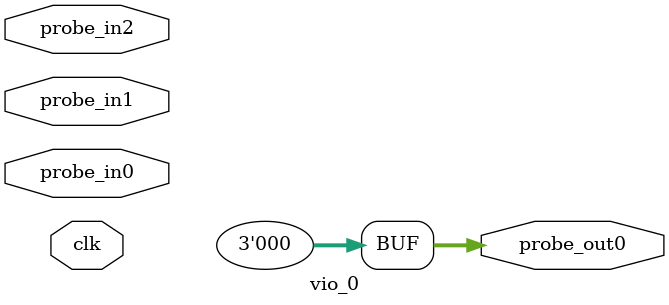
<source format=v>
`timescale 1ns / 1ps
module vio_0 (
clk,
probe_in0,probe_in1,probe_in2,
probe_out0
);

input clk;
input [255 : 0] probe_in0;
input [255 : 0] probe_in1;
input [63 : 0] probe_in2;

output reg [2 : 0] probe_out0 = 'h0 ;


endmodule

</source>
